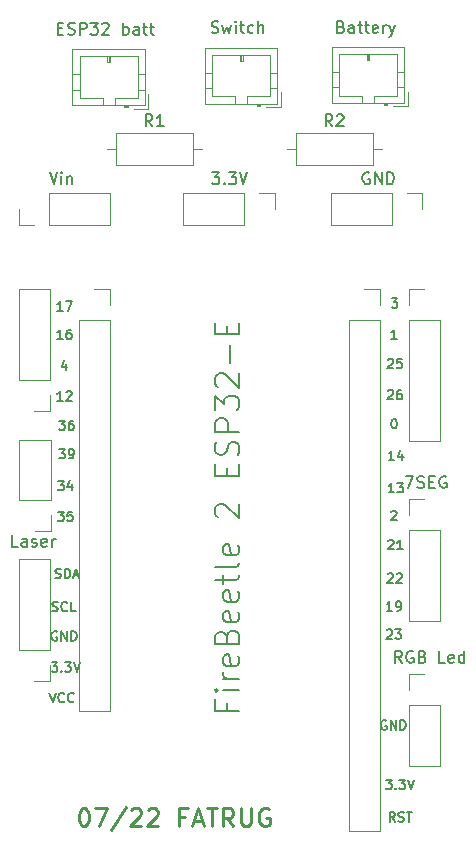
<source format=gbr>
%TF.GenerationSoftware,KiCad,Pcbnew,6.0.7-f9a2dced07~116~ubuntu20.04.1*%
%TF.CreationDate,2022-07-30T18:15:20+02:00*%
%TF.ProjectId,fatrug,66617472-7567-42e6-9b69-6361645f7063,rev?*%
%TF.SameCoordinates,Original*%
%TF.FileFunction,Legend,Top*%
%TF.FilePolarity,Positive*%
%FSLAX46Y46*%
G04 Gerber Fmt 4.6, Leading zero omitted, Abs format (unit mm)*
G04 Created by KiCad (PCBNEW 6.0.7-f9a2dced07~116~ubuntu20.04.1) date 2022-07-30 18:15:20*
%MOMM*%
%LPD*%
G01*
G04 APERTURE LIST*
%ADD10C,0.250000*%
%ADD11C,0.150000*%
%ADD12C,0.200000*%
%ADD13C,0.120000*%
G04 APERTURE END LIST*
D10*
X67610714Y-102503571D02*
X67753571Y-102503571D01*
X67896428Y-102575000D01*
X67967857Y-102646428D01*
X68039285Y-102789285D01*
X68110714Y-103075000D01*
X68110714Y-103432142D01*
X68039285Y-103717857D01*
X67967857Y-103860714D01*
X67896428Y-103932142D01*
X67753571Y-104003571D01*
X67610714Y-104003571D01*
X67467857Y-103932142D01*
X67396428Y-103860714D01*
X67325000Y-103717857D01*
X67253571Y-103432142D01*
X67253571Y-103075000D01*
X67325000Y-102789285D01*
X67396428Y-102646428D01*
X67467857Y-102575000D01*
X67610714Y-102503571D01*
X68610714Y-102503571D02*
X69610714Y-102503571D01*
X68967857Y-104003571D01*
X71253571Y-102432142D02*
X69967857Y-104360714D01*
X71682142Y-102646428D02*
X71753571Y-102575000D01*
X71896428Y-102503571D01*
X72253571Y-102503571D01*
X72396428Y-102575000D01*
X72467857Y-102646428D01*
X72539285Y-102789285D01*
X72539285Y-102932142D01*
X72467857Y-103146428D01*
X71610714Y-104003571D01*
X72539285Y-104003571D01*
X73110714Y-102646428D02*
X73182142Y-102575000D01*
X73325000Y-102503571D01*
X73682142Y-102503571D01*
X73825000Y-102575000D01*
X73896428Y-102646428D01*
X73967857Y-102789285D01*
X73967857Y-102932142D01*
X73896428Y-103146428D01*
X73039285Y-104003571D01*
X73967857Y-104003571D01*
X76253571Y-103217857D02*
X75753571Y-103217857D01*
X75753571Y-104003571D02*
X75753571Y-102503571D01*
X76467857Y-102503571D01*
X76967857Y-103575000D02*
X77682142Y-103575000D01*
X76825000Y-104003571D02*
X77325000Y-102503571D01*
X77825000Y-104003571D01*
X78110714Y-102503571D02*
X78967857Y-102503571D01*
X78539285Y-104003571D02*
X78539285Y-102503571D01*
X80325000Y-104003571D02*
X79825000Y-103289285D01*
X79467857Y-104003571D02*
X79467857Y-102503571D01*
X80039285Y-102503571D01*
X80182142Y-102575000D01*
X80253571Y-102646428D01*
X80325000Y-102789285D01*
X80325000Y-103003571D01*
X80253571Y-103146428D01*
X80182142Y-103217857D01*
X80039285Y-103289285D01*
X79467857Y-103289285D01*
X80967857Y-102503571D02*
X80967857Y-103717857D01*
X81039285Y-103860714D01*
X81110714Y-103932142D01*
X81253571Y-104003571D01*
X81539285Y-104003571D01*
X81682142Y-103932142D01*
X81753571Y-103860714D01*
X81825000Y-103717857D01*
X81825000Y-102503571D01*
X83325000Y-102575000D02*
X83182142Y-102503571D01*
X82967857Y-102503571D01*
X82753571Y-102575000D01*
X82610714Y-102717857D01*
X82539285Y-102860714D01*
X82467857Y-103146428D01*
X82467857Y-103360714D01*
X82539285Y-103646428D01*
X82610714Y-103789285D01*
X82753571Y-103932142D01*
X82967857Y-104003571D01*
X83110714Y-104003571D01*
X83325000Y-103932142D01*
X83396428Y-103860714D01*
X83396428Y-103360714D01*
X83110714Y-103360714D01*
D11*
X65872619Y-60386904D02*
X65415476Y-60386904D01*
X65644047Y-60386904D02*
X65644047Y-59586904D01*
X65567857Y-59701190D01*
X65491666Y-59777380D01*
X65415476Y-59815476D01*
X66139285Y-59586904D02*
X66672619Y-59586904D01*
X66329761Y-60386904D01*
X65872619Y-62786904D02*
X65415476Y-62786904D01*
X65644047Y-62786904D02*
X65644047Y-61986904D01*
X65567857Y-62101190D01*
X65491666Y-62177380D01*
X65415476Y-62215476D01*
X66558333Y-61986904D02*
X66405952Y-61986904D01*
X66329761Y-62025000D01*
X66291666Y-62063095D01*
X66215476Y-62177380D01*
X66177380Y-62329761D01*
X66177380Y-62634523D01*
X66215476Y-62710714D01*
X66253571Y-62748809D01*
X66329761Y-62786904D01*
X66482142Y-62786904D01*
X66558333Y-62748809D01*
X66596428Y-62710714D01*
X66634523Y-62634523D01*
X66634523Y-62444047D01*
X66596428Y-62367857D01*
X66558333Y-62329761D01*
X66482142Y-62291666D01*
X66329761Y-62291666D01*
X66253571Y-62329761D01*
X66215476Y-62367857D01*
X66177380Y-62444047D01*
X66177380Y-64853571D02*
X66177380Y-65386904D01*
X65986904Y-64548809D02*
X65796428Y-65120238D01*
X66291666Y-65120238D01*
X65872619Y-67986904D02*
X65415476Y-67986904D01*
X65644047Y-67986904D02*
X65644047Y-67186904D01*
X65567857Y-67301190D01*
X65491666Y-67377380D01*
X65415476Y-67415476D01*
X66177380Y-67263095D02*
X66215476Y-67225000D01*
X66291666Y-67186904D01*
X66482142Y-67186904D01*
X66558333Y-67225000D01*
X66596428Y-67263095D01*
X66634523Y-67339285D01*
X66634523Y-67415476D01*
X66596428Y-67529761D01*
X66139285Y-67986904D01*
X66634523Y-67986904D01*
X65577380Y-69686904D02*
X66072619Y-69686904D01*
X65805952Y-69991666D01*
X65920238Y-69991666D01*
X65996428Y-70029761D01*
X66034523Y-70067857D01*
X66072619Y-70144047D01*
X66072619Y-70334523D01*
X66034523Y-70410714D01*
X65996428Y-70448809D01*
X65920238Y-70486904D01*
X65691666Y-70486904D01*
X65615476Y-70448809D01*
X65577380Y-70410714D01*
X66758333Y-69686904D02*
X66605952Y-69686904D01*
X66529761Y-69725000D01*
X66491666Y-69763095D01*
X66415476Y-69877380D01*
X66377380Y-70029761D01*
X66377380Y-70334523D01*
X66415476Y-70410714D01*
X66453571Y-70448809D01*
X66529761Y-70486904D01*
X66682142Y-70486904D01*
X66758333Y-70448809D01*
X66796428Y-70410714D01*
X66834523Y-70334523D01*
X66834523Y-70144047D01*
X66796428Y-70067857D01*
X66758333Y-70029761D01*
X66682142Y-69991666D01*
X66529761Y-69991666D01*
X66453571Y-70029761D01*
X66415476Y-70067857D01*
X66377380Y-70144047D01*
X65577380Y-72086904D02*
X66072619Y-72086904D01*
X65805952Y-72391666D01*
X65920238Y-72391666D01*
X65996428Y-72429761D01*
X66034523Y-72467857D01*
X66072619Y-72544047D01*
X66072619Y-72734523D01*
X66034523Y-72810714D01*
X65996428Y-72848809D01*
X65920238Y-72886904D01*
X65691666Y-72886904D01*
X65615476Y-72848809D01*
X65577380Y-72810714D01*
X66453571Y-72886904D02*
X66605952Y-72886904D01*
X66682142Y-72848809D01*
X66720238Y-72810714D01*
X66796428Y-72696428D01*
X66834523Y-72544047D01*
X66834523Y-72239285D01*
X66796428Y-72163095D01*
X66758333Y-72125000D01*
X66682142Y-72086904D01*
X66529761Y-72086904D01*
X66453571Y-72125000D01*
X66415476Y-72163095D01*
X66377380Y-72239285D01*
X66377380Y-72429761D01*
X66415476Y-72505952D01*
X66453571Y-72544047D01*
X66529761Y-72582142D01*
X66682142Y-72582142D01*
X66758333Y-72544047D01*
X66796428Y-72505952D01*
X66834523Y-72429761D01*
X65477380Y-74786904D02*
X65972619Y-74786904D01*
X65705952Y-75091666D01*
X65820238Y-75091666D01*
X65896428Y-75129761D01*
X65934523Y-75167857D01*
X65972619Y-75244047D01*
X65972619Y-75434523D01*
X65934523Y-75510714D01*
X65896428Y-75548809D01*
X65820238Y-75586904D01*
X65591666Y-75586904D01*
X65515476Y-75548809D01*
X65477380Y-75510714D01*
X66658333Y-75053571D02*
X66658333Y-75586904D01*
X66467857Y-74748809D02*
X66277380Y-75320238D01*
X66772619Y-75320238D01*
X65477380Y-77386904D02*
X65972619Y-77386904D01*
X65705952Y-77691666D01*
X65820238Y-77691666D01*
X65896428Y-77729761D01*
X65934523Y-77767857D01*
X65972619Y-77844047D01*
X65972619Y-78034523D01*
X65934523Y-78110714D01*
X65896428Y-78148809D01*
X65820238Y-78186904D01*
X65591666Y-78186904D01*
X65515476Y-78148809D01*
X65477380Y-78110714D01*
X66696428Y-77386904D02*
X66315476Y-77386904D01*
X66277380Y-77767857D01*
X66315476Y-77729761D01*
X66391666Y-77691666D01*
X66582142Y-77691666D01*
X66658333Y-77729761D01*
X66696428Y-77767857D01*
X66734523Y-77844047D01*
X66734523Y-78034523D01*
X66696428Y-78110714D01*
X66658333Y-78148809D01*
X66582142Y-78186904D01*
X66391666Y-78186904D01*
X66315476Y-78148809D01*
X66277380Y-78110714D01*
X64758333Y-92736904D02*
X65025000Y-93536904D01*
X65291666Y-92736904D01*
X66015476Y-93460714D02*
X65977380Y-93498809D01*
X65863095Y-93536904D01*
X65786904Y-93536904D01*
X65672619Y-93498809D01*
X65596428Y-93422619D01*
X65558333Y-93346428D01*
X65520238Y-93194047D01*
X65520238Y-93079761D01*
X65558333Y-92927380D01*
X65596428Y-92851190D01*
X65672619Y-92775000D01*
X65786904Y-92736904D01*
X65863095Y-92736904D01*
X65977380Y-92775000D01*
X66015476Y-92813095D01*
X66815476Y-93460714D02*
X66777380Y-93498809D01*
X66663095Y-93536904D01*
X66586904Y-93536904D01*
X66472619Y-93498809D01*
X66396428Y-93422619D01*
X66358333Y-93346428D01*
X66320238Y-93194047D01*
X66320238Y-93079761D01*
X66358333Y-92927380D01*
X66396428Y-92851190D01*
X66472619Y-92775000D01*
X66586904Y-92736904D01*
X66663095Y-92736904D01*
X66777380Y-92775000D01*
X66815476Y-92813095D01*
X94011904Y-103636904D02*
X93745238Y-103255952D01*
X93554761Y-103636904D02*
X93554761Y-102836904D01*
X93859523Y-102836904D01*
X93935714Y-102875000D01*
X93973809Y-102913095D01*
X94011904Y-102989285D01*
X94011904Y-103103571D01*
X93973809Y-103179761D01*
X93935714Y-103217857D01*
X93859523Y-103255952D01*
X93554761Y-103255952D01*
X94316666Y-103598809D02*
X94430952Y-103636904D01*
X94621428Y-103636904D01*
X94697619Y-103598809D01*
X94735714Y-103560714D01*
X94773809Y-103484523D01*
X94773809Y-103408333D01*
X94735714Y-103332142D01*
X94697619Y-103294047D01*
X94621428Y-103255952D01*
X94469047Y-103217857D01*
X94392857Y-103179761D01*
X94354761Y-103141666D01*
X94316666Y-103065476D01*
X94316666Y-102989285D01*
X94354761Y-102913095D01*
X94392857Y-102875000D01*
X94469047Y-102836904D01*
X94659523Y-102836904D01*
X94773809Y-102875000D01*
X95002380Y-102836904D02*
X95459523Y-102836904D01*
X95230952Y-103636904D02*
X95230952Y-102836904D01*
X93315476Y-87438095D02*
X93353571Y-87400000D01*
X93429761Y-87361904D01*
X93620238Y-87361904D01*
X93696428Y-87400000D01*
X93734523Y-87438095D01*
X93772619Y-87514285D01*
X93772619Y-87590476D01*
X93734523Y-87704761D01*
X93277380Y-88161904D01*
X93772619Y-88161904D01*
X94039285Y-87361904D02*
X94534523Y-87361904D01*
X94267857Y-87666666D01*
X94382142Y-87666666D01*
X94458333Y-87704761D01*
X94496428Y-87742857D01*
X94534523Y-87819047D01*
X94534523Y-88009523D01*
X94496428Y-88085714D01*
X94458333Y-88123809D01*
X94382142Y-88161904D01*
X94153571Y-88161904D01*
X94077380Y-88123809D01*
X94039285Y-88085714D01*
X93772619Y-85786904D02*
X93315476Y-85786904D01*
X93544047Y-85786904D02*
X93544047Y-84986904D01*
X93467857Y-85101190D01*
X93391666Y-85177380D01*
X93315476Y-85215476D01*
X94153571Y-85786904D02*
X94305952Y-85786904D01*
X94382142Y-85748809D01*
X94420238Y-85710714D01*
X94496428Y-85596428D01*
X94534523Y-85444047D01*
X94534523Y-85139285D01*
X94496428Y-85063095D01*
X94458333Y-85025000D01*
X94382142Y-84986904D01*
X94229761Y-84986904D01*
X94153571Y-85025000D01*
X94115476Y-85063095D01*
X94077380Y-85139285D01*
X94077380Y-85329761D01*
X94115476Y-85405952D01*
X94153571Y-85444047D01*
X94229761Y-85482142D01*
X94382142Y-85482142D01*
X94458333Y-85444047D01*
X94496428Y-85405952D01*
X94534523Y-85329761D01*
X93415476Y-82663095D02*
X93453571Y-82625000D01*
X93529761Y-82586904D01*
X93720238Y-82586904D01*
X93796428Y-82625000D01*
X93834523Y-82663095D01*
X93872619Y-82739285D01*
X93872619Y-82815476D01*
X93834523Y-82929761D01*
X93377380Y-83386904D01*
X93872619Y-83386904D01*
X94177380Y-82663095D02*
X94215476Y-82625000D01*
X94291666Y-82586904D01*
X94482142Y-82586904D01*
X94558333Y-82625000D01*
X94596428Y-82663095D01*
X94634523Y-82739285D01*
X94634523Y-82815476D01*
X94596428Y-82929761D01*
X94139285Y-83386904D01*
X94634523Y-83386904D01*
X93440476Y-79863095D02*
X93478571Y-79825000D01*
X93554761Y-79786904D01*
X93745238Y-79786904D01*
X93821428Y-79825000D01*
X93859523Y-79863095D01*
X93897619Y-79939285D01*
X93897619Y-80015476D01*
X93859523Y-80129761D01*
X93402380Y-80586904D01*
X93897619Y-80586904D01*
X94659523Y-80586904D02*
X94202380Y-80586904D01*
X94430952Y-80586904D02*
X94430952Y-79786904D01*
X94354761Y-79901190D01*
X94278571Y-79977380D01*
X94202380Y-80015476D01*
X93721428Y-77388095D02*
X93759523Y-77350000D01*
X93835714Y-77311904D01*
X94026190Y-77311904D01*
X94102380Y-77350000D01*
X94140476Y-77388095D01*
X94178571Y-77464285D01*
X94178571Y-77540476D01*
X94140476Y-77654761D01*
X93683333Y-78111904D01*
X94178571Y-78111904D01*
X93947619Y-75761904D02*
X93490476Y-75761904D01*
X93719047Y-75761904D02*
X93719047Y-74961904D01*
X93642857Y-75076190D01*
X93566666Y-75152380D01*
X93490476Y-75190476D01*
X94214285Y-74961904D02*
X94709523Y-74961904D01*
X94442857Y-75266666D01*
X94557142Y-75266666D01*
X94633333Y-75304761D01*
X94671428Y-75342857D01*
X94709523Y-75419047D01*
X94709523Y-75609523D01*
X94671428Y-75685714D01*
X94633333Y-75723809D01*
X94557142Y-75761904D01*
X94328571Y-75761904D01*
X94252380Y-75723809D01*
X94214285Y-75685714D01*
X93947619Y-73011904D02*
X93490476Y-73011904D01*
X93719047Y-73011904D02*
X93719047Y-72211904D01*
X93642857Y-72326190D01*
X93566666Y-72402380D01*
X93490476Y-72440476D01*
X94633333Y-72478571D02*
X94633333Y-73011904D01*
X94442857Y-72173809D02*
X94252380Y-72745238D01*
X94747619Y-72745238D01*
X93911904Y-69536904D02*
X93988095Y-69536904D01*
X94064285Y-69575000D01*
X94102380Y-69613095D01*
X94140476Y-69689285D01*
X94178571Y-69841666D01*
X94178571Y-70032142D01*
X94140476Y-70184523D01*
X94102380Y-70260714D01*
X94064285Y-70298809D01*
X93988095Y-70336904D01*
X93911904Y-70336904D01*
X93835714Y-70298809D01*
X93797619Y-70260714D01*
X93759523Y-70184523D01*
X93721428Y-70032142D01*
X93721428Y-69841666D01*
X93759523Y-69689285D01*
X93797619Y-69613095D01*
X93835714Y-69575000D01*
X93911904Y-69536904D01*
X93390476Y-67163095D02*
X93428571Y-67125000D01*
X93504761Y-67086904D01*
X93695238Y-67086904D01*
X93771428Y-67125000D01*
X93809523Y-67163095D01*
X93847619Y-67239285D01*
X93847619Y-67315476D01*
X93809523Y-67429761D01*
X93352380Y-67886904D01*
X93847619Y-67886904D01*
X94533333Y-67086904D02*
X94380952Y-67086904D01*
X94304761Y-67125000D01*
X94266666Y-67163095D01*
X94190476Y-67277380D01*
X94152380Y-67429761D01*
X94152380Y-67734523D01*
X94190476Y-67810714D01*
X94228571Y-67848809D01*
X94304761Y-67886904D01*
X94457142Y-67886904D01*
X94533333Y-67848809D01*
X94571428Y-67810714D01*
X94609523Y-67734523D01*
X94609523Y-67544047D01*
X94571428Y-67467857D01*
X94533333Y-67429761D01*
X94457142Y-67391666D01*
X94304761Y-67391666D01*
X94228571Y-67429761D01*
X94190476Y-67467857D01*
X94152380Y-67544047D01*
X93390476Y-64513095D02*
X93428571Y-64475000D01*
X93504761Y-64436904D01*
X93695238Y-64436904D01*
X93771428Y-64475000D01*
X93809523Y-64513095D01*
X93847619Y-64589285D01*
X93847619Y-64665476D01*
X93809523Y-64779761D01*
X93352380Y-65236904D01*
X93847619Y-65236904D01*
X94571428Y-64436904D02*
X94190476Y-64436904D01*
X94152380Y-64817857D01*
X94190476Y-64779761D01*
X94266666Y-64741666D01*
X94457142Y-64741666D01*
X94533333Y-64779761D01*
X94571428Y-64817857D01*
X94609523Y-64894047D01*
X94609523Y-65084523D01*
X94571428Y-65160714D01*
X94533333Y-65198809D01*
X94457142Y-65236904D01*
X94266666Y-65236904D01*
X94190476Y-65198809D01*
X94152380Y-65160714D01*
X94178571Y-62786904D02*
X93721428Y-62786904D01*
X93950000Y-62786904D02*
X93950000Y-61986904D01*
X93873809Y-62101190D01*
X93797619Y-62177380D01*
X93721428Y-62215476D01*
X93733333Y-59336904D02*
X94228571Y-59336904D01*
X93961904Y-59641666D01*
X94076190Y-59641666D01*
X94152380Y-59679761D01*
X94190476Y-59717857D01*
X94228571Y-59794047D01*
X94228571Y-59984523D01*
X94190476Y-60060714D01*
X94152380Y-60098809D01*
X94076190Y-60136904D01*
X93847619Y-60136904D01*
X93771428Y-60098809D01*
X93733333Y-60060714D01*
X65253571Y-82973809D02*
X65367857Y-83011904D01*
X65558333Y-83011904D01*
X65634523Y-82973809D01*
X65672619Y-82935714D01*
X65710714Y-82859523D01*
X65710714Y-82783333D01*
X65672619Y-82707142D01*
X65634523Y-82669047D01*
X65558333Y-82630952D01*
X65405952Y-82592857D01*
X65329761Y-82554761D01*
X65291666Y-82516666D01*
X65253571Y-82440476D01*
X65253571Y-82364285D01*
X65291666Y-82288095D01*
X65329761Y-82250000D01*
X65405952Y-82211904D01*
X65596428Y-82211904D01*
X65710714Y-82250000D01*
X66053571Y-83011904D02*
X66053571Y-82211904D01*
X66244047Y-82211904D01*
X66358333Y-82250000D01*
X66434523Y-82326190D01*
X66472619Y-82402380D01*
X66510714Y-82554761D01*
X66510714Y-82669047D01*
X66472619Y-82821428D01*
X66434523Y-82897619D01*
X66358333Y-82973809D01*
X66244047Y-83011904D01*
X66053571Y-83011904D01*
X66815476Y-82783333D02*
X67196428Y-82783333D01*
X66739285Y-83011904D02*
X67005952Y-82211904D01*
X67272619Y-83011904D01*
X64997619Y-85773809D02*
X65111904Y-85811904D01*
X65302380Y-85811904D01*
X65378571Y-85773809D01*
X65416666Y-85735714D01*
X65454761Y-85659523D01*
X65454761Y-85583333D01*
X65416666Y-85507142D01*
X65378571Y-85469047D01*
X65302380Y-85430952D01*
X65150000Y-85392857D01*
X65073809Y-85354761D01*
X65035714Y-85316666D01*
X64997619Y-85240476D01*
X64997619Y-85164285D01*
X65035714Y-85088095D01*
X65073809Y-85050000D01*
X65150000Y-85011904D01*
X65340476Y-85011904D01*
X65454761Y-85050000D01*
X66254761Y-85735714D02*
X66216666Y-85773809D01*
X66102380Y-85811904D01*
X66026190Y-85811904D01*
X65911904Y-85773809D01*
X65835714Y-85697619D01*
X65797619Y-85621428D01*
X65759523Y-85469047D01*
X65759523Y-85354761D01*
X65797619Y-85202380D01*
X65835714Y-85126190D01*
X65911904Y-85050000D01*
X66026190Y-85011904D01*
X66102380Y-85011904D01*
X66216666Y-85050000D01*
X66254761Y-85088095D01*
X66978571Y-85811904D02*
X66597619Y-85811904D01*
X66597619Y-85011904D01*
X65390476Y-87550000D02*
X65314285Y-87511904D01*
X65200000Y-87511904D01*
X65085714Y-87550000D01*
X65009523Y-87626190D01*
X64971428Y-87702380D01*
X64933333Y-87854761D01*
X64933333Y-87969047D01*
X64971428Y-88121428D01*
X65009523Y-88197619D01*
X65085714Y-88273809D01*
X65200000Y-88311904D01*
X65276190Y-88311904D01*
X65390476Y-88273809D01*
X65428571Y-88235714D01*
X65428571Y-87969047D01*
X65276190Y-87969047D01*
X65771428Y-88311904D02*
X65771428Y-87511904D01*
X66228571Y-88311904D01*
X66228571Y-87511904D01*
X66609523Y-88311904D02*
X66609523Y-87511904D01*
X66800000Y-87511904D01*
X66914285Y-87550000D01*
X66990476Y-87626190D01*
X67028571Y-87702380D01*
X67066666Y-87854761D01*
X67066666Y-87969047D01*
X67028571Y-88121428D01*
X66990476Y-88197619D01*
X66914285Y-88273809D01*
X66800000Y-88311904D01*
X66609523Y-88311904D01*
X64944047Y-90136904D02*
X65439285Y-90136904D01*
X65172619Y-90441666D01*
X65286904Y-90441666D01*
X65363095Y-90479761D01*
X65401190Y-90517857D01*
X65439285Y-90594047D01*
X65439285Y-90784523D01*
X65401190Y-90860714D01*
X65363095Y-90898809D01*
X65286904Y-90936904D01*
X65058333Y-90936904D01*
X64982142Y-90898809D01*
X64944047Y-90860714D01*
X65782142Y-90860714D02*
X65820238Y-90898809D01*
X65782142Y-90936904D01*
X65744047Y-90898809D01*
X65782142Y-90860714D01*
X65782142Y-90936904D01*
X66086904Y-90136904D02*
X66582142Y-90136904D01*
X66315476Y-90441666D01*
X66429761Y-90441666D01*
X66505952Y-90479761D01*
X66544047Y-90517857D01*
X66582142Y-90594047D01*
X66582142Y-90784523D01*
X66544047Y-90860714D01*
X66505952Y-90898809D01*
X66429761Y-90936904D01*
X66201190Y-90936904D01*
X66125000Y-90898809D01*
X66086904Y-90860714D01*
X66810714Y-90136904D02*
X67077380Y-90936904D01*
X67344047Y-90136904D01*
X93265476Y-95075000D02*
X93189285Y-95036904D01*
X93075000Y-95036904D01*
X92960714Y-95075000D01*
X92884523Y-95151190D01*
X92846428Y-95227380D01*
X92808333Y-95379761D01*
X92808333Y-95494047D01*
X92846428Y-95646428D01*
X92884523Y-95722619D01*
X92960714Y-95798809D01*
X93075000Y-95836904D01*
X93151190Y-95836904D01*
X93265476Y-95798809D01*
X93303571Y-95760714D01*
X93303571Y-95494047D01*
X93151190Y-95494047D01*
X93646428Y-95836904D02*
X93646428Y-95036904D01*
X94103571Y-95836904D01*
X94103571Y-95036904D01*
X94484523Y-95836904D02*
X94484523Y-95036904D01*
X94675000Y-95036904D01*
X94789285Y-95075000D01*
X94865476Y-95151190D01*
X94903571Y-95227380D01*
X94941666Y-95379761D01*
X94941666Y-95494047D01*
X94903571Y-95646428D01*
X94865476Y-95722619D01*
X94789285Y-95798809D01*
X94675000Y-95836904D01*
X94484523Y-95836904D01*
X93244047Y-100086904D02*
X93739285Y-100086904D01*
X93472619Y-100391666D01*
X93586904Y-100391666D01*
X93663095Y-100429761D01*
X93701190Y-100467857D01*
X93739285Y-100544047D01*
X93739285Y-100734523D01*
X93701190Y-100810714D01*
X93663095Y-100848809D01*
X93586904Y-100886904D01*
X93358333Y-100886904D01*
X93282142Y-100848809D01*
X93244047Y-100810714D01*
X94082142Y-100810714D02*
X94120238Y-100848809D01*
X94082142Y-100886904D01*
X94044047Y-100848809D01*
X94082142Y-100810714D01*
X94082142Y-100886904D01*
X94386904Y-100086904D02*
X94882142Y-100086904D01*
X94615476Y-100391666D01*
X94729761Y-100391666D01*
X94805952Y-100429761D01*
X94844047Y-100467857D01*
X94882142Y-100544047D01*
X94882142Y-100734523D01*
X94844047Y-100810714D01*
X94805952Y-100848809D01*
X94729761Y-100886904D01*
X94501190Y-100886904D01*
X94425000Y-100848809D01*
X94386904Y-100810714D01*
X95110714Y-100086904D02*
X95377380Y-100886904D01*
X95644047Y-100086904D01*
D12*
X79757142Y-93576190D02*
X79757142Y-94242857D01*
X80804761Y-94242857D02*
X78804761Y-94242857D01*
X78804761Y-93290476D01*
X80804761Y-92528571D02*
X79471428Y-92528571D01*
X78804761Y-92528571D02*
X78900000Y-92623809D01*
X78995238Y-92528571D01*
X78900000Y-92433333D01*
X78804761Y-92528571D01*
X78995238Y-92528571D01*
X80804761Y-91576190D02*
X79471428Y-91576190D01*
X79852380Y-91576190D02*
X79661904Y-91480952D01*
X79566666Y-91385714D01*
X79471428Y-91195238D01*
X79471428Y-91004761D01*
X80709523Y-89576190D02*
X80804761Y-89766666D01*
X80804761Y-90147619D01*
X80709523Y-90338095D01*
X80519047Y-90433333D01*
X79757142Y-90433333D01*
X79566666Y-90338095D01*
X79471428Y-90147619D01*
X79471428Y-89766666D01*
X79566666Y-89576190D01*
X79757142Y-89480952D01*
X79947619Y-89480952D01*
X80138095Y-90433333D01*
X79757142Y-87957142D02*
X79852380Y-87671428D01*
X79947619Y-87576190D01*
X80138095Y-87480952D01*
X80423809Y-87480952D01*
X80614285Y-87576190D01*
X80709523Y-87671428D01*
X80804761Y-87861904D01*
X80804761Y-88623809D01*
X78804761Y-88623809D01*
X78804761Y-87957142D01*
X78900000Y-87766666D01*
X78995238Y-87671428D01*
X79185714Y-87576190D01*
X79376190Y-87576190D01*
X79566666Y-87671428D01*
X79661904Y-87766666D01*
X79757142Y-87957142D01*
X79757142Y-88623809D01*
X80709523Y-85861904D02*
X80804761Y-86052380D01*
X80804761Y-86433333D01*
X80709523Y-86623809D01*
X80519047Y-86719047D01*
X79757142Y-86719047D01*
X79566666Y-86623809D01*
X79471428Y-86433333D01*
X79471428Y-86052380D01*
X79566666Y-85861904D01*
X79757142Y-85766666D01*
X79947619Y-85766666D01*
X80138095Y-86719047D01*
X80709523Y-84147619D02*
X80804761Y-84338095D01*
X80804761Y-84719047D01*
X80709523Y-84909523D01*
X80519047Y-85004761D01*
X79757142Y-85004761D01*
X79566666Y-84909523D01*
X79471428Y-84719047D01*
X79471428Y-84338095D01*
X79566666Y-84147619D01*
X79757142Y-84052380D01*
X79947619Y-84052380D01*
X80138095Y-85004761D01*
X79471428Y-83480952D02*
X79471428Y-82719047D01*
X78804761Y-83195238D02*
X80519047Y-83195238D01*
X80709523Y-83100000D01*
X80804761Y-82909523D01*
X80804761Y-82719047D01*
X80804761Y-81766666D02*
X80709523Y-81957142D01*
X80519047Y-82052380D01*
X78804761Y-82052380D01*
X80709523Y-80242857D02*
X80804761Y-80433333D01*
X80804761Y-80814285D01*
X80709523Y-81004761D01*
X80519047Y-81100000D01*
X79757142Y-81100000D01*
X79566666Y-81004761D01*
X79471428Y-80814285D01*
X79471428Y-80433333D01*
X79566666Y-80242857D01*
X79757142Y-80147619D01*
X79947619Y-80147619D01*
X80138095Y-81100000D01*
X78995238Y-77861904D02*
X78900000Y-77766666D01*
X78804761Y-77576190D01*
X78804761Y-77100000D01*
X78900000Y-76909523D01*
X78995238Y-76814285D01*
X79185714Y-76719047D01*
X79376190Y-76719047D01*
X79661904Y-76814285D01*
X80804761Y-77957142D01*
X80804761Y-76719047D01*
X79757142Y-74338095D02*
X79757142Y-73671428D01*
X80804761Y-73385714D02*
X80804761Y-74338095D01*
X78804761Y-74338095D01*
X78804761Y-73385714D01*
X80709523Y-72623809D02*
X80804761Y-72338095D01*
X80804761Y-71861904D01*
X80709523Y-71671428D01*
X80614285Y-71576190D01*
X80423809Y-71480952D01*
X80233333Y-71480952D01*
X80042857Y-71576190D01*
X79947619Y-71671428D01*
X79852380Y-71861904D01*
X79757142Y-72242857D01*
X79661904Y-72433333D01*
X79566666Y-72528571D01*
X79376190Y-72623809D01*
X79185714Y-72623809D01*
X78995238Y-72528571D01*
X78900000Y-72433333D01*
X78804761Y-72242857D01*
X78804761Y-71766666D01*
X78900000Y-71480952D01*
X80804761Y-70623809D02*
X78804761Y-70623809D01*
X78804761Y-69861904D01*
X78900000Y-69671428D01*
X78995238Y-69576190D01*
X79185714Y-69480952D01*
X79471428Y-69480952D01*
X79661904Y-69576190D01*
X79757142Y-69671428D01*
X79852380Y-69861904D01*
X79852380Y-70623809D01*
X78804761Y-68814285D02*
X78804761Y-67576190D01*
X79566666Y-68242857D01*
X79566666Y-67957142D01*
X79661904Y-67766666D01*
X79757142Y-67671428D01*
X79947619Y-67576190D01*
X80423809Y-67576190D01*
X80614285Y-67671428D01*
X80709523Y-67766666D01*
X80804761Y-67957142D01*
X80804761Y-68528571D01*
X80709523Y-68719047D01*
X80614285Y-68814285D01*
X78995238Y-66814285D02*
X78900000Y-66719047D01*
X78804761Y-66528571D01*
X78804761Y-66052380D01*
X78900000Y-65861904D01*
X78995238Y-65766666D01*
X79185714Y-65671428D01*
X79376190Y-65671428D01*
X79661904Y-65766666D01*
X80804761Y-66909523D01*
X80804761Y-65671428D01*
X80042857Y-64814285D02*
X80042857Y-63290476D01*
X79757142Y-62338095D02*
X79757142Y-61671428D01*
X80804761Y-61385714D02*
X80804761Y-62338095D01*
X78804761Y-62338095D01*
X78804761Y-61385714D01*
D11*
X94913095Y-74377380D02*
X95579761Y-74377380D01*
X95151190Y-75377380D01*
X95913095Y-75329761D02*
X96055952Y-75377380D01*
X96294047Y-75377380D01*
X96389285Y-75329761D01*
X96436904Y-75282142D01*
X96484523Y-75186904D01*
X96484523Y-75091666D01*
X96436904Y-74996428D01*
X96389285Y-74948809D01*
X96294047Y-74901190D01*
X96103571Y-74853571D01*
X96008333Y-74805952D01*
X95960714Y-74758333D01*
X95913095Y-74663095D01*
X95913095Y-74567857D01*
X95960714Y-74472619D01*
X96008333Y-74425000D01*
X96103571Y-74377380D01*
X96341666Y-74377380D01*
X96484523Y-74425000D01*
X96913095Y-74853571D02*
X97246428Y-74853571D01*
X97389285Y-75377380D02*
X96913095Y-75377380D01*
X96913095Y-74377380D01*
X97389285Y-74377380D01*
X98341666Y-74425000D02*
X98246428Y-74377380D01*
X98103571Y-74377380D01*
X97960714Y-74425000D01*
X97865476Y-74520238D01*
X97817857Y-74615476D01*
X97770238Y-74805952D01*
X97770238Y-74948809D01*
X97817857Y-75139285D01*
X97865476Y-75234523D01*
X97960714Y-75329761D01*
X98103571Y-75377380D01*
X98198809Y-75377380D01*
X98341666Y-75329761D01*
X98389285Y-75282142D01*
X98389285Y-74948809D01*
X98198809Y-74948809D01*
X94592857Y-90177380D02*
X94259523Y-89701190D01*
X94021428Y-90177380D02*
X94021428Y-89177380D01*
X94402380Y-89177380D01*
X94497619Y-89225000D01*
X94545238Y-89272619D01*
X94592857Y-89367857D01*
X94592857Y-89510714D01*
X94545238Y-89605952D01*
X94497619Y-89653571D01*
X94402380Y-89701190D01*
X94021428Y-89701190D01*
X95545238Y-89225000D02*
X95450000Y-89177380D01*
X95307142Y-89177380D01*
X95164285Y-89225000D01*
X95069047Y-89320238D01*
X95021428Y-89415476D01*
X94973809Y-89605952D01*
X94973809Y-89748809D01*
X95021428Y-89939285D01*
X95069047Y-90034523D01*
X95164285Y-90129761D01*
X95307142Y-90177380D01*
X95402380Y-90177380D01*
X95545238Y-90129761D01*
X95592857Y-90082142D01*
X95592857Y-89748809D01*
X95402380Y-89748809D01*
X96354761Y-89653571D02*
X96497619Y-89701190D01*
X96545238Y-89748809D01*
X96592857Y-89844047D01*
X96592857Y-89986904D01*
X96545238Y-90082142D01*
X96497619Y-90129761D01*
X96402380Y-90177380D01*
X96021428Y-90177380D01*
X96021428Y-89177380D01*
X96354761Y-89177380D01*
X96450000Y-89225000D01*
X96497619Y-89272619D01*
X96545238Y-89367857D01*
X96545238Y-89463095D01*
X96497619Y-89558333D01*
X96450000Y-89605952D01*
X96354761Y-89653571D01*
X96021428Y-89653571D01*
X98259523Y-90177380D02*
X97783333Y-90177380D01*
X97783333Y-89177380D01*
X98973809Y-90129761D02*
X98878571Y-90177380D01*
X98688095Y-90177380D01*
X98592857Y-90129761D01*
X98545238Y-90034523D01*
X98545238Y-89653571D01*
X98592857Y-89558333D01*
X98688095Y-89510714D01*
X98878571Y-89510714D01*
X98973809Y-89558333D01*
X99021428Y-89653571D01*
X99021428Y-89748809D01*
X98545238Y-89844047D01*
X99878571Y-90177380D02*
X99878571Y-89177380D01*
X99878571Y-90129761D02*
X99783333Y-90177380D01*
X99592857Y-90177380D01*
X99497619Y-90129761D01*
X99450000Y-90082142D01*
X99402380Y-89986904D01*
X99402380Y-89701190D01*
X99450000Y-89605952D01*
X99497619Y-89558333D01*
X99592857Y-89510714D01*
X99783333Y-89510714D01*
X99878571Y-89558333D01*
X62089285Y-80352380D02*
X61613095Y-80352380D01*
X61613095Y-79352380D01*
X62851190Y-80352380D02*
X62851190Y-79828571D01*
X62803571Y-79733333D01*
X62708333Y-79685714D01*
X62517857Y-79685714D01*
X62422619Y-79733333D01*
X62851190Y-80304761D02*
X62755952Y-80352380D01*
X62517857Y-80352380D01*
X62422619Y-80304761D01*
X62375000Y-80209523D01*
X62375000Y-80114285D01*
X62422619Y-80019047D01*
X62517857Y-79971428D01*
X62755952Y-79971428D01*
X62851190Y-79923809D01*
X63279761Y-80304761D02*
X63375000Y-80352380D01*
X63565476Y-80352380D01*
X63660714Y-80304761D01*
X63708333Y-80209523D01*
X63708333Y-80161904D01*
X63660714Y-80066666D01*
X63565476Y-80019047D01*
X63422619Y-80019047D01*
X63327380Y-79971428D01*
X63279761Y-79876190D01*
X63279761Y-79828571D01*
X63327380Y-79733333D01*
X63422619Y-79685714D01*
X63565476Y-79685714D01*
X63660714Y-79733333D01*
X64517857Y-80304761D02*
X64422619Y-80352380D01*
X64232142Y-80352380D01*
X64136904Y-80304761D01*
X64089285Y-80209523D01*
X64089285Y-79828571D01*
X64136904Y-79733333D01*
X64232142Y-79685714D01*
X64422619Y-79685714D01*
X64517857Y-79733333D01*
X64565476Y-79828571D01*
X64565476Y-79923809D01*
X64089285Y-80019047D01*
X64994047Y-80352380D02*
X64994047Y-79685714D01*
X64994047Y-79876190D02*
X65041666Y-79780952D01*
X65089285Y-79733333D01*
X65184523Y-79685714D01*
X65279761Y-79685714D01*
X78523809Y-48652380D02*
X79142857Y-48652380D01*
X78809523Y-49033333D01*
X78952380Y-49033333D01*
X79047619Y-49080952D01*
X79095238Y-49128571D01*
X79142857Y-49223809D01*
X79142857Y-49461904D01*
X79095238Y-49557142D01*
X79047619Y-49604761D01*
X78952380Y-49652380D01*
X78666666Y-49652380D01*
X78571428Y-49604761D01*
X78523809Y-49557142D01*
X79571428Y-49557142D02*
X79619047Y-49604761D01*
X79571428Y-49652380D01*
X79523809Y-49604761D01*
X79571428Y-49557142D01*
X79571428Y-49652380D01*
X79952380Y-48652380D02*
X80571428Y-48652380D01*
X80238095Y-49033333D01*
X80380952Y-49033333D01*
X80476190Y-49080952D01*
X80523809Y-49128571D01*
X80571428Y-49223809D01*
X80571428Y-49461904D01*
X80523809Y-49557142D01*
X80476190Y-49604761D01*
X80380952Y-49652380D01*
X80095238Y-49652380D01*
X80000000Y-49604761D01*
X79952380Y-49557142D01*
X80857142Y-48652380D02*
X81190476Y-49652380D01*
X81523809Y-48652380D01*
X91838095Y-48700000D02*
X91742857Y-48652380D01*
X91600000Y-48652380D01*
X91457142Y-48700000D01*
X91361904Y-48795238D01*
X91314285Y-48890476D01*
X91266666Y-49080952D01*
X91266666Y-49223809D01*
X91314285Y-49414285D01*
X91361904Y-49509523D01*
X91457142Y-49604761D01*
X91600000Y-49652380D01*
X91695238Y-49652380D01*
X91838095Y-49604761D01*
X91885714Y-49557142D01*
X91885714Y-49223809D01*
X91695238Y-49223809D01*
X92314285Y-49652380D02*
X92314285Y-48652380D01*
X92885714Y-49652380D01*
X92885714Y-48652380D01*
X93361904Y-49652380D02*
X93361904Y-48652380D01*
X93600000Y-48652380D01*
X93742857Y-48700000D01*
X93838095Y-48795238D01*
X93885714Y-48890476D01*
X93933333Y-49080952D01*
X93933333Y-49223809D01*
X93885714Y-49414285D01*
X93838095Y-49509523D01*
X93742857Y-49604761D01*
X93600000Y-49652380D01*
X93361904Y-49652380D01*
X89453571Y-36328571D02*
X89596428Y-36376190D01*
X89644047Y-36423809D01*
X89691666Y-36519047D01*
X89691666Y-36661904D01*
X89644047Y-36757142D01*
X89596428Y-36804761D01*
X89501190Y-36852380D01*
X89120238Y-36852380D01*
X89120238Y-35852380D01*
X89453571Y-35852380D01*
X89548809Y-35900000D01*
X89596428Y-35947619D01*
X89644047Y-36042857D01*
X89644047Y-36138095D01*
X89596428Y-36233333D01*
X89548809Y-36280952D01*
X89453571Y-36328571D01*
X89120238Y-36328571D01*
X90548809Y-36852380D02*
X90548809Y-36328571D01*
X90501190Y-36233333D01*
X90405952Y-36185714D01*
X90215476Y-36185714D01*
X90120238Y-36233333D01*
X90548809Y-36804761D02*
X90453571Y-36852380D01*
X90215476Y-36852380D01*
X90120238Y-36804761D01*
X90072619Y-36709523D01*
X90072619Y-36614285D01*
X90120238Y-36519047D01*
X90215476Y-36471428D01*
X90453571Y-36471428D01*
X90548809Y-36423809D01*
X90882142Y-36185714D02*
X91263095Y-36185714D01*
X91025000Y-35852380D02*
X91025000Y-36709523D01*
X91072619Y-36804761D01*
X91167857Y-36852380D01*
X91263095Y-36852380D01*
X91453571Y-36185714D02*
X91834523Y-36185714D01*
X91596428Y-35852380D02*
X91596428Y-36709523D01*
X91644047Y-36804761D01*
X91739285Y-36852380D01*
X91834523Y-36852380D01*
X92548809Y-36804761D02*
X92453571Y-36852380D01*
X92263095Y-36852380D01*
X92167857Y-36804761D01*
X92120238Y-36709523D01*
X92120238Y-36328571D01*
X92167857Y-36233333D01*
X92263095Y-36185714D01*
X92453571Y-36185714D01*
X92548809Y-36233333D01*
X92596428Y-36328571D01*
X92596428Y-36423809D01*
X92120238Y-36519047D01*
X93025000Y-36852380D02*
X93025000Y-36185714D01*
X93025000Y-36376190D02*
X93072619Y-36280952D01*
X93120238Y-36233333D01*
X93215476Y-36185714D01*
X93310714Y-36185714D01*
X93548809Y-36185714D02*
X93786904Y-36852380D01*
X94025000Y-36185714D02*
X93786904Y-36852380D01*
X93691666Y-37090476D01*
X93644047Y-37138095D01*
X93548809Y-37185714D01*
X78485714Y-36804761D02*
X78628571Y-36852380D01*
X78866666Y-36852380D01*
X78961904Y-36804761D01*
X79009523Y-36757142D01*
X79057142Y-36661904D01*
X79057142Y-36566666D01*
X79009523Y-36471428D01*
X78961904Y-36423809D01*
X78866666Y-36376190D01*
X78676190Y-36328571D01*
X78580952Y-36280952D01*
X78533333Y-36233333D01*
X78485714Y-36138095D01*
X78485714Y-36042857D01*
X78533333Y-35947619D01*
X78580952Y-35900000D01*
X78676190Y-35852380D01*
X78914285Y-35852380D01*
X79057142Y-35900000D01*
X79390476Y-36185714D02*
X79580952Y-36852380D01*
X79771428Y-36376190D01*
X79961904Y-36852380D01*
X80152380Y-36185714D01*
X80533333Y-36852380D02*
X80533333Y-36185714D01*
X80533333Y-35852380D02*
X80485714Y-35900000D01*
X80533333Y-35947619D01*
X80580952Y-35900000D01*
X80533333Y-35852380D01*
X80533333Y-35947619D01*
X80866666Y-36185714D02*
X81247619Y-36185714D01*
X81009523Y-35852380D02*
X81009523Y-36709523D01*
X81057142Y-36804761D01*
X81152380Y-36852380D01*
X81247619Y-36852380D01*
X82009523Y-36804761D02*
X81914285Y-36852380D01*
X81723809Y-36852380D01*
X81628571Y-36804761D01*
X81580952Y-36757142D01*
X81533333Y-36661904D01*
X81533333Y-36376190D01*
X81580952Y-36280952D01*
X81628571Y-36233333D01*
X81723809Y-36185714D01*
X81914285Y-36185714D01*
X82009523Y-36233333D01*
X82438095Y-36852380D02*
X82438095Y-35852380D01*
X82866666Y-36852380D02*
X82866666Y-36328571D01*
X82819047Y-36233333D01*
X82723809Y-36185714D01*
X82580952Y-36185714D01*
X82485714Y-36233333D01*
X82438095Y-36280952D01*
X65475000Y-36478571D02*
X65808333Y-36478571D01*
X65951190Y-37002380D02*
X65475000Y-37002380D01*
X65475000Y-36002380D01*
X65951190Y-36002380D01*
X66332142Y-36954761D02*
X66475000Y-37002380D01*
X66713095Y-37002380D01*
X66808333Y-36954761D01*
X66855952Y-36907142D01*
X66903571Y-36811904D01*
X66903571Y-36716666D01*
X66855952Y-36621428D01*
X66808333Y-36573809D01*
X66713095Y-36526190D01*
X66522619Y-36478571D01*
X66427380Y-36430952D01*
X66379761Y-36383333D01*
X66332142Y-36288095D01*
X66332142Y-36192857D01*
X66379761Y-36097619D01*
X66427380Y-36050000D01*
X66522619Y-36002380D01*
X66760714Y-36002380D01*
X66903571Y-36050000D01*
X67332142Y-37002380D02*
X67332142Y-36002380D01*
X67713095Y-36002380D01*
X67808333Y-36050000D01*
X67855952Y-36097619D01*
X67903571Y-36192857D01*
X67903571Y-36335714D01*
X67855952Y-36430952D01*
X67808333Y-36478571D01*
X67713095Y-36526190D01*
X67332142Y-36526190D01*
X68236904Y-36002380D02*
X68855952Y-36002380D01*
X68522619Y-36383333D01*
X68665476Y-36383333D01*
X68760714Y-36430952D01*
X68808333Y-36478571D01*
X68855952Y-36573809D01*
X68855952Y-36811904D01*
X68808333Y-36907142D01*
X68760714Y-36954761D01*
X68665476Y-37002380D01*
X68379761Y-37002380D01*
X68284523Y-36954761D01*
X68236904Y-36907142D01*
X69236904Y-36097619D02*
X69284523Y-36050000D01*
X69379761Y-36002380D01*
X69617857Y-36002380D01*
X69713095Y-36050000D01*
X69760714Y-36097619D01*
X69808333Y-36192857D01*
X69808333Y-36288095D01*
X69760714Y-36430952D01*
X69189285Y-37002380D01*
X69808333Y-37002380D01*
X70998809Y-37002380D02*
X70998809Y-36002380D01*
X70998809Y-36383333D02*
X71094047Y-36335714D01*
X71284523Y-36335714D01*
X71379761Y-36383333D01*
X71427380Y-36430952D01*
X71475000Y-36526190D01*
X71475000Y-36811904D01*
X71427380Y-36907142D01*
X71379761Y-36954761D01*
X71284523Y-37002380D01*
X71094047Y-37002380D01*
X70998809Y-36954761D01*
X72332142Y-37002380D02*
X72332142Y-36478571D01*
X72284523Y-36383333D01*
X72189285Y-36335714D01*
X71998809Y-36335714D01*
X71903571Y-36383333D01*
X72332142Y-36954761D02*
X72236904Y-37002380D01*
X71998809Y-37002380D01*
X71903571Y-36954761D01*
X71855952Y-36859523D01*
X71855952Y-36764285D01*
X71903571Y-36669047D01*
X71998809Y-36621428D01*
X72236904Y-36621428D01*
X72332142Y-36573809D01*
X72665476Y-36335714D02*
X73046428Y-36335714D01*
X72808333Y-36002380D02*
X72808333Y-36859523D01*
X72855952Y-36954761D01*
X72951190Y-37002380D01*
X73046428Y-37002380D01*
X73236904Y-36335714D02*
X73617857Y-36335714D01*
X73379761Y-36002380D02*
X73379761Y-36859523D01*
X73427380Y-36954761D01*
X73522619Y-37002380D01*
X73617857Y-37002380D01*
X64776190Y-48652380D02*
X65109523Y-49652380D01*
X65442857Y-48652380D01*
X65776190Y-49652380D02*
X65776190Y-48985714D01*
X65776190Y-48652380D02*
X65728571Y-48700000D01*
X65776190Y-48747619D01*
X65823809Y-48700000D01*
X65776190Y-48652380D01*
X65776190Y-48747619D01*
X66252380Y-48985714D02*
X66252380Y-49652380D01*
X66252380Y-49080952D02*
X66300000Y-49033333D01*
X66395238Y-48985714D01*
X66538095Y-48985714D01*
X66633333Y-49033333D01*
X66680952Y-49128571D01*
X66680952Y-49652380D01*
%TO.C,R2*%
X88713333Y-44752380D02*
X88380000Y-44276190D01*
X88141904Y-44752380D02*
X88141904Y-43752380D01*
X88522857Y-43752380D01*
X88618095Y-43800000D01*
X88665714Y-43847619D01*
X88713333Y-43942857D01*
X88713333Y-44085714D01*
X88665714Y-44180952D01*
X88618095Y-44228571D01*
X88522857Y-44276190D01*
X88141904Y-44276190D01*
X89094285Y-43847619D02*
X89141904Y-43800000D01*
X89237142Y-43752380D01*
X89475238Y-43752380D01*
X89570476Y-43800000D01*
X89618095Y-43847619D01*
X89665714Y-43942857D01*
X89665714Y-44038095D01*
X89618095Y-44180952D01*
X89046666Y-44752380D01*
X89665714Y-44752380D01*
%TO.C,R1*%
X73473333Y-44752380D02*
X73140000Y-44276190D01*
X72901904Y-44752380D02*
X72901904Y-43752380D01*
X73282857Y-43752380D01*
X73378095Y-43800000D01*
X73425714Y-43847619D01*
X73473333Y-43942857D01*
X73473333Y-44085714D01*
X73425714Y-44180952D01*
X73378095Y-44228571D01*
X73282857Y-44276190D01*
X72901904Y-44276190D01*
X74425714Y-44752380D02*
X73854285Y-44752380D01*
X74140000Y-44752380D02*
X74140000Y-43752380D01*
X74044761Y-43895238D01*
X73949523Y-43990476D01*
X73854285Y-44038095D01*
D13*
%TO.C,J14*%
X64855000Y-71295000D02*
X62195000Y-71295000D01*
X64855000Y-76435000D02*
X64855000Y-71295000D01*
X64855000Y-77705000D02*
X64855000Y-79035000D01*
X62195000Y-76435000D02*
X62195000Y-71295000D01*
X64855000Y-79035000D02*
X63525000Y-79035000D01*
X64855000Y-76435000D02*
X62195000Y-76435000D01*
%TO.C,J6*%
X91435000Y-58565000D02*
X92765000Y-58565000D01*
X92765000Y-61165000D02*
X92765000Y-104405000D01*
X90105000Y-61165000D02*
X90105000Y-104405000D01*
X90105000Y-104405000D02*
X92765000Y-104405000D01*
X92765000Y-58565000D02*
X92765000Y-59895000D01*
X90105000Y-61165000D02*
X92765000Y-61165000D01*
%TO.C,J3*%
X71375000Y-43160000D02*
X71375000Y-42960000D01*
X72225000Y-38850000D02*
X67325000Y-38850000D01*
X67325000Y-38850000D02*
X67325000Y-42350000D01*
X72835000Y-40350000D02*
X72225000Y-40350000D01*
X69675000Y-39350000D02*
X69675000Y-38850000D01*
X70275000Y-42960000D02*
X70275000Y-42350000D01*
X72225000Y-42350000D02*
X72225000Y-38850000D01*
X71075000Y-42960000D02*
X71075000Y-43160000D01*
X72835000Y-42960000D02*
X72835000Y-38240000D01*
X66715000Y-42960000D02*
X72835000Y-42960000D01*
X70275000Y-42350000D02*
X72225000Y-42350000D01*
X66715000Y-40350000D02*
X67325000Y-40350000D01*
X67325000Y-42350000D02*
X69275000Y-42350000D01*
X72835000Y-41650000D02*
X72225000Y-41650000D01*
X69775000Y-38850000D02*
X69775000Y-39350000D01*
X69875000Y-39350000D02*
X69675000Y-39350000D01*
X66715000Y-38240000D02*
X66715000Y-42960000D01*
X71075000Y-43060000D02*
X71375000Y-43060000D01*
X69275000Y-42350000D02*
X69275000Y-42960000D01*
X73135000Y-43260000D02*
X73135000Y-42010000D01*
X71885000Y-43260000D02*
X73135000Y-43260000D01*
X72835000Y-38240000D02*
X66715000Y-38240000D01*
X66715000Y-41650000D02*
X67325000Y-41650000D01*
X71075000Y-43160000D02*
X71375000Y-43160000D01*
X69875000Y-38850000D02*
X69875000Y-39350000D01*
%TO.C,J2*%
X82610000Y-43035000D02*
X82610000Y-42835000D01*
X83460000Y-38725000D02*
X78560000Y-38725000D01*
X78560000Y-38725000D02*
X78560000Y-42225000D01*
X84070000Y-40225000D02*
X83460000Y-40225000D01*
X80910000Y-39225000D02*
X80910000Y-38725000D01*
X81510000Y-42835000D02*
X81510000Y-42225000D01*
X83460000Y-42225000D02*
X83460000Y-38725000D01*
X82310000Y-42835000D02*
X82310000Y-43035000D01*
X84070000Y-42835000D02*
X84070000Y-38115000D01*
X77950000Y-42835000D02*
X84070000Y-42835000D01*
X81510000Y-42225000D02*
X83460000Y-42225000D01*
X77950000Y-40225000D02*
X78560000Y-40225000D01*
X78560000Y-42225000D02*
X80510000Y-42225000D01*
X84070000Y-41525000D02*
X83460000Y-41525000D01*
X81010000Y-38725000D02*
X81010000Y-39225000D01*
X81110000Y-39225000D02*
X80910000Y-39225000D01*
X77950000Y-38115000D02*
X77950000Y-42835000D01*
X82310000Y-42935000D02*
X82610000Y-42935000D01*
X80510000Y-42225000D02*
X80510000Y-42835000D01*
X84370000Y-43135000D02*
X84370000Y-41885000D01*
X83120000Y-43135000D02*
X84370000Y-43135000D01*
X84070000Y-38115000D02*
X77950000Y-38115000D01*
X77950000Y-41525000D02*
X78560000Y-41525000D01*
X82310000Y-43035000D02*
X82610000Y-43035000D01*
X81110000Y-38725000D02*
X81110000Y-39225000D01*
%TO.C,J1*%
X93350000Y-42985000D02*
X93350000Y-42785000D01*
X94200000Y-38675000D02*
X89300000Y-38675000D01*
X89300000Y-38675000D02*
X89300000Y-42175000D01*
X94810000Y-40175000D02*
X94200000Y-40175000D01*
X91650000Y-39175000D02*
X91650000Y-38675000D01*
X92250000Y-42785000D02*
X92250000Y-42175000D01*
X94200000Y-42175000D02*
X94200000Y-38675000D01*
X93050000Y-42785000D02*
X93050000Y-42985000D01*
X94810000Y-42785000D02*
X94810000Y-38065000D01*
X88690000Y-42785000D02*
X94810000Y-42785000D01*
X92250000Y-42175000D02*
X94200000Y-42175000D01*
X88690000Y-40175000D02*
X89300000Y-40175000D01*
X89300000Y-42175000D02*
X91250000Y-42175000D01*
X94810000Y-41475000D02*
X94200000Y-41475000D01*
X91750000Y-38675000D02*
X91750000Y-39175000D01*
X91850000Y-39175000D02*
X91650000Y-39175000D01*
X88690000Y-38065000D02*
X88690000Y-42785000D01*
X93050000Y-42885000D02*
X93350000Y-42885000D01*
X91250000Y-42175000D02*
X91250000Y-42785000D01*
X95110000Y-43085000D02*
X95110000Y-41835000D01*
X93860000Y-43085000D02*
X95110000Y-43085000D01*
X94810000Y-38065000D02*
X88690000Y-38065000D01*
X88690000Y-41475000D02*
X89300000Y-41475000D01*
X93050000Y-42985000D02*
X93350000Y-42985000D01*
X91850000Y-38675000D02*
X91850000Y-39175000D01*
%TO.C,J13*%
X76090000Y-50420000D02*
X76090000Y-53080000D01*
X81230000Y-50420000D02*
X76090000Y-50420000D01*
X82500000Y-50420000D02*
X83830000Y-50420000D01*
X81230000Y-53080000D02*
X76090000Y-53080000D01*
X83830000Y-50420000D02*
X83830000Y-51750000D01*
X81230000Y-50420000D02*
X81230000Y-53080000D01*
%TO.C,J12*%
X88590000Y-50420000D02*
X88590000Y-53080000D01*
X93730000Y-50420000D02*
X88590000Y-50420000D01*
X95000000Y-50420000D02*
X96330000Y-50420000D01*
X93730000Y-53080000D02*
X88590000Y-53080000D01*
X96330000Y-50420000D02*
X96330000Y-51750000D01*
X93730000Y-50420000D02*
X93730000Y-53080000D01*
%TO.C,J11*%
X97845000Y-61165000D02*
X97845000Y-71385000D01*
X95185000Y-58565000D02*
X96515000Y-58565000D01*
X95185000Y-61165000D02*
X95185000Y-71385000D01*
X95185000Y-71385000D02*
X97845000Y-71385000D01*
X95185000Y-61165000D02*
X97845000Y-61165000D01*
X95185000Y-59895000D02*
X95185000Y-58565000D01*
%TO.C,J10*%
X64750000Y-53080000D02*
X64750000Y-50420000D01*
X62150000Y-53080000D02*
X62150000Y-51750000D01*
X64750000Y-50420000D02*
X69890000Y-50420000D01*
X63480000Y-53080000D02*
X62150000Y-53080000D01*
X64750000Y-53080000D02*
X69890000Y-53080000D01*
X69890000Y-53080000D02*
X69890000Y-50420000D01*
%TO.C,J9*%
X62165000Y-66245000D02*
X62165000Y-58565000D01*
X64825000Y-67515000D02*
X64825000Y-68845000D01*
X64825000Y-58565000D02*
X62165000Y-58565000D01*
X64825000Y-66245000D02*
X62165000Y-66245000D01*
X64825000Y-68845000D02*
X63495000Y-68845000D01*
X64825000Y-66245000D02*
X64825000Y-58565000D01*
%TO.C,R2*%
X92920000Y-46670000D02*
X92150000Y-46670000D01*
X84840000Y-46670000D02*
X85610000Y-46670000D01*
X85610000Y-45300000D02*
X85610000Y-48040000D01*
X92150000Y-48040000D02*
X92150000Y-45300000D01*
X85610000Y-48040000D02*
X92150000Y-48040000D01*
X92150000Y-45300000D02*
X85610000Y-45300000D01*
%TO.C,R1*%
X76910000Y-45300000D02*
X70370000Y-45300000D01*
X70370000Y-48040000D02*
X76910000Y-48040000D01*
X76910000Y-48040000D02*
X76910000Y-45300000D01*
X70370000Y-45300000D02*
X70370000Y-48040000D01*
X69600000Y-46670000D02*
X70370000Y-46670000D01*
X77680000Y-46670000D02*
X76910000Y-46670000D01*
%TO.C,J8*%
X97845000Y-78945000D02*
X97845000Y-86625000D01*
X95185000Y-77675000D02*
X95185000Y-76345000D01*
X95185000Y-86625000D02*
X97845000Y-86625000D01*
X95185000Y-78945000D02*
X97845000Y-78945000D01*
X95185000Y-76345000D02*
X96515000Y-76345000D01*
X95185000Y-78945000D02*
X95185000Y-86625000D01*
%TO.C,J7*%
X95170000Y-93770000D02*
X97830000Y-93770000D01*
X95170000Y-91170000D02*
X96500000Y-91170000D01*
X97830000Y-93770000D02*
X97830000Y-98910000D01*
X95170000Y-92500000D02*
X95170000Y-91170000D01*
X95170000Y-93770000D02*
X95170000Y-98910000D01*
X95170000Y-98910000D02*
X97830000Y-98910000D01*
%TO.C,J5*%
X67245000Y-61165000D02*
X67245000Y-94245000D01*
X69905000Y-58565000D02*
X69905000Y-59895000D01*
X69905000Y-61165000D02*
X69905000Y-94245000D01*
X67245000Y-94245000D02*
X69905000Y-94245000D01*
X68575000Y-58565000D02*
X69905000Y-58565000D01*
X67245000Y-61165000D02*
X69905000Y-61165000D01*
%TO.C,J4*%
X62165000Y-89105000D02*
X62165000Y-81425000D01*
X64825000Y-90375000D02*
X64825000Y-91705000D01*
X64825000Y-81425000D02*
X62165000Y-81425000D01*
X64825000Y-89105000D02*
X62165000Y-89105000D01*
X64825000Y-91705000D02*
X63495000Y-91705000D01*
X64825000Y-89105000D02*
X64825000Y-81425000D01*
%TD*%
M02*

</source>
